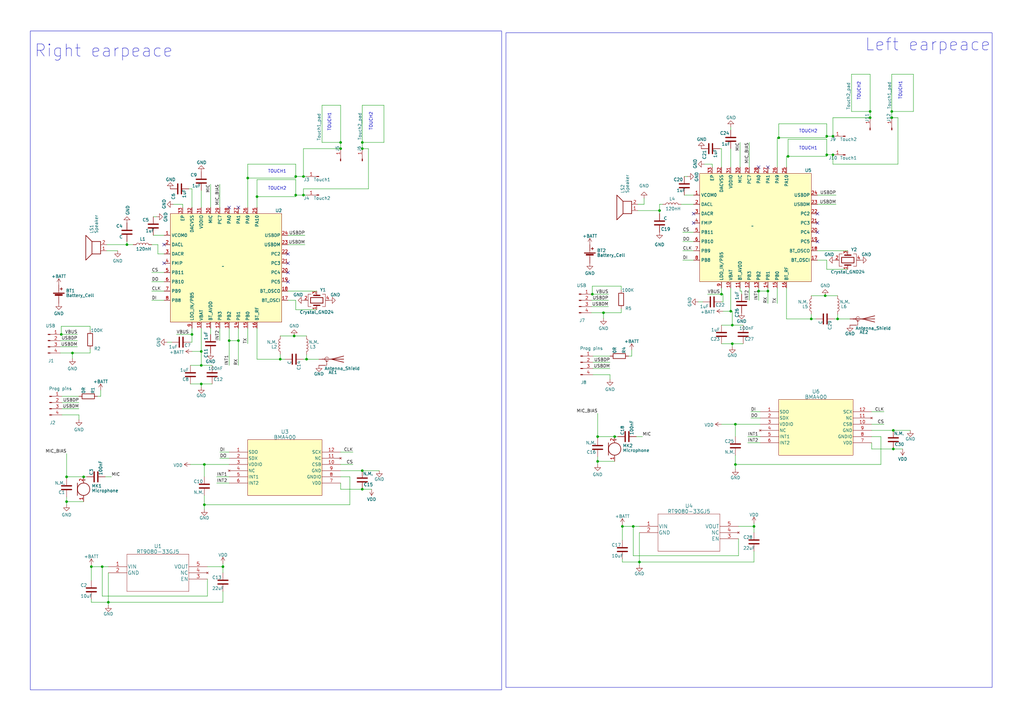
<source format=kicad_sch>
(kicad_sch (version 20231120) (generator "eeschema") (generator_version "8.0")
  (paper "A3")
  (junction (at 319.405 56.515))
  (junction (at 255.27 215.9))
  (junction (at 148.59 193.04))
  (junction (at 125.73 147.32))
  (junction (at 148.59 200.66))
  (junction (at 270.51 86.36))
  (junction (at 139.7 60.96))
  (junction (at 366.395 184.15))
  (junction (at 245.11 179.07))
  (junction (at 311.15 119.38))
  (junction (at 91.44 232.41))
  (junction (at 339.09 63.5))
  (junction (at 300.355 140.97))
  (junction (at 82.55 157.48))
  (junction (at 356.87 48.26))
  (junction (at 252.095 179.07))
  (junction (at 34.29 195.58))
  (junction (at 309.245 215.9))
  (junction (at 37.465 232.41))
  (junction (at 323.215 64.135))
  (junction (at 139.7 58.42))
  (junction (at 121.285 80.01))
  (junction (at 314.96 119.38))
  (junction (at 82.55 149.86))
  (junction (at 25.146 137.16))
  (junction (at 27.305 205.74))
  (junction (at 366.395 176.53))
  (junction (at 82.55 144.145))
  (junction (at 245.11 189.23))
  (junction (at 114.935 147.32))
  (junction (at 148.59 58.42))
  (junction (at 365.76 48.26))
  (junction (at 301.625 190.5))
  (junction (at 339.09 55.88))
  (junction (at 124.46 80.01))
  (junction (at 341.63 63.5))
  (junction (at 97.79 139.7))
  (junction (at 148.59 60.96))
  (junction (at 356.87 45.72))
  (junction (at 262.255 230.505))
  (junction (at 29.718 144.78))
  (junction (at 343.535 130.81))
  (junction (at 41.91 232.41))
  (junction (at 52.07 100.33))
  (junction (at 299.72 127.635))
  (junction (at 247.523 128.27))
  (junction (at 83.82 207.01))
  (junction (at 365.76 45.72))
  (junction (at 83.82 190.5))
  (junction (at 120.65 137.795))
  (junction (at 242.951 120.65))
  (junction (at 105.41 80.645))
  (junction (at 301.625 173.99))
  (junction (at 124.46 72.39))
  (junction (at 78.74 137.16))
  (junction (at 300.355 133.35))
  (junction (at 295.91 120.65))
  (junction (at 341.63 55.88))
  (junction (at 27.305 195.58))
  (junction (at 93.98 139.7))
  (junction (at 44.45 247.015))
  (junction (at 332.74 130.81))
  (junction (at 121.285 72.39))
  (junction (at 259.715 215.9))
  (junction (at 338.455 121.285))
  (junction (at 101.6 73.025))
  (no_connect (at 67.31 107.95))
  (no_connect (at 311.15 68.58))
  (no_connect (at 335.28 87.63))
  (no_connect (at 97.79 85.09))
  (no_connect (at 335.28 95.25))
  (no_connect (at 118.11 111.76))
  (no_connect (at 67.31 100.33))
  (no_connect (at 118.11 107.95))
  (no_connect (at 284.48 87.63))
  (no_connect (at 335.28 91.44))
  (no_connect (at 335.28 99.06))
  (no_connect (at 118.11 104.14))
  (no_connect (at 284.48 91.44))
  (no_connect (at 314.96 68.58))
  (no_connect (at 118.11 115.57))
  (no_connect (at 93.98 85.09))
  (wire (pts (xy 365.76 45.72) (xy 374.65 45.72)))
  (wire (pts (xy 121.285 127) (xy 129.921 127)))
  (wire (pts (xy 304.165 119.38) (xy 304.165 120.65)))
  (wire (pts (xy 74.93 83.82) (xy 74.93 85.09)))
  (wire (pts (xy 105.41 147.32) (xy 114.935 147.32)))
  (wire (pts (xy 309.245 214.63) (xy 309.245 215.9)))
  (wire (pts (xy 86.36 75.565) (xy 86.36 85.09)))
  (wire (pts (xy 82.55 158.75) (xy 82.55 157.48)))
  (wire (pts (xy 124.46 80.01) (xy 125.73 80.01)))
  (wire (pts (xy 132.08 43.18) (xy 139.7 43.18)))
  (wire (pts (xy 262.255 218.44) (xy 262.255 230.505)))
  (wire (pts (xy 44.45 247.015) (xy 91.44 247.015)))
  (wire (pts (xy 361.315 179.07) (xy 361.315 190.5)))
  (wire (pts (xy 68.58 140.335) (xy 70.485 140.335)))
  (wire (pts (xy 280.035 106.68) (xy 284.48 106.68)))
  (wire (pts (xy 339.09 50.8) (xy 319.405 50.8)))
  (wire (pts (xy 27.305 195.58) (xy 34.29 195.58)))
  (wire (pts (xy 339.09 63.5) (xy 339.09 57.15)))
  (wire (pts (xy 64.77 100.33) (xy 64.77 104.14)))
  (wire (pts (xy 125.73 145.415) (xy 125.73 147.32)))
  (wire (pts (xy 254.762 117.348) (xy 242.951 117.348)))
  (wire (pts (xy 25.4 167.64) (xy 32.385 167.64)))
  (wire (pts (xy 301.625 173.99) (xy 311.785 173.99)))
  (wire (pts (xy 343.535 128.905) (xy 343.535 130.81)))
  (wire (pts (xy 332.74 130.81) (xy 334.645 130.81)))
  (wire (pts (xy 339.09 63.5) (xy 341.63 63.5)))
  (wire (pts (xy 323.215 57.15) (xy 323.215 64.135)))
  (wire (pts (xy 118.11 100.33) (xy 125.095 100.33)))
  (wire (pts (xy 247.523 130.556) (xy 247.523 128.27)))
  (wire (pts (xy 303.53 119.38) (xy 304.165 119.38)))
  (wire (pts (xy 341.63 67.31) (xy 368.3 67.31)))
  (wire (pts (xy 339.09 55.88) (xy 339.09 56.515)))
  (wire (pts (xy 114.935 147.32) (xy 114.935 145.415)))
  (wire (pts (xy 259.715 227.965) (xy 259.715 215.9)))
  (wire (pts (xy 29.718 144.78) (xy 24.765 144.78)))
  (wire (pts (xy 37.465 232.41) (xy 41.91 232.41)))
  (wire (pts (xy 157.48 43.18) (xy 157.48 58.42)))
  (wire (pts (xy 72.39 137.16) (xy 78.74 137.16)))
  (wire (pts (xy 27.305 195.58) (xy 27.305 186.055)))
  (wire (pts (xy 78.105 157.48) (xy 82.55 157.48)))
  (wire (pts (xy 93.98 139.7) (xy 93.98 149.86)))
  (wire (pts (xy 105.41 73.66) (xy 105.41 80.645)))
  (wire (pts (xy 148.59 58.42) (xy 148.59 43.18)))
  (wire (pts (xy 125.73 137.795) (xy 120.65 137.795)))
  (wire (pts (xy 302.895 215.9) (xy 309.245 215.9)))
  (wire (pts (xy 349.25 45.72) (xy 349.25 30.48)))
  (wire (pts (xy 247.523 128.27) (xy 242.57 128.27)))
  (wire (pts (xy 295.91 123.825) (xy 296.545 123.825)))
  (wire (pts (xy 288.925 67.31) (xy 292.1 67.31)))
  (wire (pts (xy 41.275 162.56) (xy 40.005 162.56)))
  (wire (pts (xy 250.19 153.67) (xy 250.19 155.575)))
  (wire (pts (xy 280.67 80.01) (xy 284.48 80.01)))
  (wire (pts (xy 90.17 185.42) (xy 93.98 185.42)))
  (wire (pts (xy 34.29 195.58) (xy 35.56 195.58)))
  (wire (pts (xy 27.305 207.01) (xy 27.305 205.74)))
  (wire (pts (xy 339.09 63.5) (xy 339.09 64.135)))
  (wire (pts (xy 335.28 80.01) (xy 342.9 80.01)))
  (wire (pts (xy 121.285 80.01) (xy 121.285 73.66)))
  (wire (pts (xy 296.545 127.635) (xy 299.72 127.635)))
  (wire (pts (xy 148.59 43.18) (xy 157.48 43.18)))
  (wire (pts (xy 368.3 48.26) (xy 368.3 67.31)))
  (wire (pts (xy 62.865 96.52) (xy 67.31 96.52)))
  (wire (pts (xy 25.146 133.858) (xy 25.146 137.16)))
  (wire (pts (xy 62.865 88.9) (xy 64.135 88.9)))
  (wire (pts (xy 85.09 237.49) (xy 85.09 244.475)))
  (wire (pts (xy 29.718 147.066) (xy 29.718 144.78)))
  (wire (pts (xy 262.255 230.505) (xy 262.255 231.775)))
  (wire (pts (xy 357.505 181.61) (xy 357.505 184.15)))
  (wire (pts (xy 356.87 45.72) (xy 349.25 45.72)))
  (wire (pts (xy 143.51 207.01) (xy 83.82 207.01)))
  (wire (pts (xy 44.45 247.015) (xy 44.45 248.285)))
  (wire (pts (xy 148.59 200.66) (xy 152.4 200.66)))
  (wire (pts (xy 255.27 221.615) (xy 255.27 215.9)))
  (wire (pts (xy 311.15 119.38) (xy 311.15 123.19)))
  (wire (pts (xy 62.23 119.38) (xy 67.31 119.38)))
  (wire (pts (xy 93.98 139.7) (xy 97.79 139.7)))
  (wire (pts (xy 318.77 56.515) (xy 319.405 56.515)))
  (wire (pts (xy 311.15 118.11) (xy 311.15 119.38)))
  (wire (pts (xy 366.395 176.53) (xy 373.38 176.53)))
  (wire (pts (xy 105.41 85.09) (xy 105.41 80.645)))
  (wire (pts (xy 356.87 48.26) (xy 356.87 45.72)))
  (wire (pts (xy 88.9 198.12) (xy 93.98 198.12)))
  (wire (pts (xy 300.355 142.24) (xy 300.355 140.97)))
  (wire (pts (xy 295.91 133.35) (xy 300.355 133.35)))
  (wire (pts (xy 280.67 72.39) (xy 281.94 72.39)))
  (wire (pts (xy 339.09 50.8) (xy 339.09 55.88)))
  (wire (pts (xy 78.74 134.62) (xy 78.74 137.16)))
  (wire (pts (xy 301.625 186.69) (xy 301.625 190.5)))
  (wire (pts (xy 349.25 30.48) (xy 356.87 30.48)))
  (wire (pts (xy 93.98 134.62) (xy 93.98 139.7)))
  (wire (pts (xy 322.58 118.11) (xy 322.58 130.81)))
  (wire (pts (xy 368.3 48.26) (xy 365.76 48.26)))
  (wire (pts (xy 255.27 229.235) (xy 255.27 230.505)))
  (wire (pts (xy 82.55 149.86) (xy 86.995 149.86)))
  (wire (pts (xy 151.13 60.96) (xy 148.59 60.96)))
  (wire (pts (xy 365.76 30.48) (xy 374.65 30.48)))
  (wire (pts (xy 36.957 133.858) (xy 25.146 133.858)))
  (wire (pts (xy 64.77 104.14) (xy 67.31 104.14)))
  (wire (pts (xy 43.18 195.58) (xy 45.72 195.58)))
  (wire (pts (xy 286.385 123.825) (xy 288.29 123.825)))
  (wire (pts (xy 254.762 118.999) (xy 254.762 117.348)))
  (wire (pts (xy 255.27 215.9) (xy 259.715 215.9)))
  (wire (pts (xy 78.105 140.335) (xy 78.74 140.335)))
  (wire (pts (xy 260.985 179.07) (xy 263.525 179.07)))
  (wire (pts (xy 300.355 133.35) (xy 304.8 133.35)))
  (wire (pts (xy 151.13 77.47) (xy 151.13 60.96)))
  (wire (pts (xy 361.315 190.5) (xy 301.625 190.5)))
  (wire (pts (xy 139.7 60.96) (xy 124.46 60.96)))
  (wire (pts (xy 52.07 100.33) (xy 54.61 100.33)))
  (wire (pts (xy 43.815 102.87) (xy 48.26 102.87)))
  (wire (pts (xy 306.705 179.07) (xy 311.785 179.07)))
  (wire (pts (xy 37.465 245.745) (xy 37.465 247.015)))
  (wire (pts (xy 306.705 181.61) (xy 311.785 181.61)))
  (wire (pts (xy 243.205 146.05) (xy 250.19 146.05)))
  (wire (pts (xy 311.15 119.38) (xy 314.96 119.38)))
  (wire (pts (xy 301.625 179.07) (xy 301.625 173.99)))
  (wire (pts (xy 101.6 85.09) (xy 101.6 73.025)))
  (wire (pts (xy 280.035 102.87) (xy 284.48 102.87)))
  (wire (pts (xy 139.7 193.04) (xy 148.59 193.04)))
  (wire (pts (xy 301.625 190.5) (xy 301.625 192.405)))
  (wire (pts (xy 27.305 195.58) (xy 27.305 196.215)))
  (wire (pts (xy 41.275 160.02) (xy 41.275 162.56)))
  (wire (pts (xy 121.285 72.39) (xy 121.285 73.025)))
  (wire (pts (xy 27.305 203.835) (xy 27.305 205.74)))
  (wire (pts (xy 314.96 118.11) (xy 314.96 119.38)))
  (wire (pts (xy 295.91 118.11) (xy 295.91 120.65)))
  (wire (pts (xy 357.505 176.53) (xy 366.395 176.53)))
  (wire (pts (xy 62.23 123.19) (xy 67.31 123.19)))
  (wire (pts (xy 259.08 143.51) (xy 259.08 146.05)))
  (wire (pts (xy 78.105 190.5) (xy 83.82 190.5)))
  (wire (pts (xy 300.355 127.635) (xy 300.355 133.35)))
  (wire (pts (xy 295.91 173.99) (xy 301.625 173.99)))
  (wire (pts (xy 101.6 67.31) (xy 101.6 73.025)))
  (wire (pts (xy 243.205 151.13) (xy 250.19 151.13)))
  (wire (pts (xy 264.16 83.82) (xy 264.16 81.28)))
  (wire (pts (xy 62.23 111.76) (xy 67.31 111.76)))
  (wire (pts (xy 299.72 52.07) (xy 299.72 53.34)))
  (wire (pts (xy 299.72 127.635) (xy 300.355 127.635)))
  (wire (pts (xy 357.505 179.07) (xy 361.315 179.07)))
  (wire (pts (xy 82.55 157.48) (xy 86.995 157.48)))
  (wire (pts (xy 357.505 168.91) (xy 362.585 168.91)))
  (wire (pts (xy 90.17 75.565) (xy 90.17 85.09)))
  (wire (pts (xy 101.6 134.62) (xy 101.6 140.97)))
  (wire (pts (xy 303.53 58.42) (xy 303.53 68.58)))
  (wire (pts (xy 82.55 78.105) (xy 82.55 85.09)))
  (wire (pts (xy 365.76 45.72) (xy 365.76 30.48)))
  (wire (pts (xy 295.91 140.97) (xy 300.355 140.97)))
  (wire (pts (xy 307.975 171.45) (xy 311.785 171.45)))
  (wire (pts (xy 254.762 128.27) (xy 254.762 126.619)))
  (wire (pts (xy 78.74 77.47) (xy 78.74 85.09)))
  (wire (pts (xy 245.11 179.07) (xy 245.11 169.545)))
  (wire (pts (xy 309.245 230.505) (xy 309.245 226.06)))
  (wire (pts (xy 124.46 80.01) (xy 124.46 77.47)))
  (wire (pts (xy 91.44 231.14) (xy 91.44 232.41)))
  (wire (pts (xy 365.76 48.26) (xy 365.76 45.72)))
  (wire (pts (xy 105.41 134.62) (xy 105.41 147.32)))
  (wire (pts (xy 280.035 95.25) (xy 284.48 95.25)))
  (wire (pts (xy 242.951 117.348) (xy 242.951 120.65)))
  (wire (pts (xy 335.28 102.87) (xy 347.726 102.87)))
  (wire (pts (xy 309.245 215.9) (xy 309.245 218.44)))
  (wire (pts (xy 25.4 165.1) (xy 32.385 165.1)))
  (wire (pts (xy 43.815 100.33) (xy 52.07 100.33)))
  (wire (pts (xy 245.11 187.325) (xy 245.11 189.23)))
  (wire (pts (xy 125.73 147.32) (xy 124.46 147.32)))
  (wire (pts (xy 255.27 215.265) (xy 255.27 215.9)))
  (wire (pts (xy 262.255 230.505) (xy 309.245 230.505)))
  (wire (pts (xy 148.59 193.04) (xy 155.575 193.04)))
  (wire (pts (xy 318.77 118.11) (xy 318.77 124.46)))
  (wire (pts (xy 270.51 83.82) (xy 270.51 86.36)))
  (wire (pts (xy 299.72 60.96) (xy 299.72 68.58)))
  (wire (pts (xy 24.765 139.7) (xy 31.75 139.7)))
  (wire (pts (xy 139.7 198.12) (xy 139.7 200.66)))
  (wire (pts (xy 261.62 86.36) (xy 270.51 86.36)))
  (wire (pts (xy 121.285 73.66) (xy 105.41 73.66)))
  (wire (pts (xy 83.82 203.2) (xy 83.82 207.01)))
  (wire (pts (xy 356.87 30.48) (xy 356.87 45.72)))
  (wire (pts (xy 300.355 140.97) (xy 304.8 140.97)))
  (wire (pts (xy 24.765 137.16) (xy 25.146 137.16)))
  (wire (pts (xy 118.11 96.52) (xy 125.095 96.52)))
  (wire (pts (xy 120.65 137.795) (xy 114.935 137.795)))
  (wire (pts (xy 139.7 43.18) (xy 139.7 58.42)))
  (wire (pts (xy 62.23 100.33) (xy 64.77 100.33)))
  (wire (pts (xy 259.715 215.9) (xy 262.255 215.9)))
  (wire (pts (xy 343.535 130.81) (xy 342.265 130.81)))
  (wire (pts (xy 77.47 77.47) (xy 78.74 77.47)))
  (wire (pts (xy 341.63 67.31) (xy 341.63 63.5)))
  (wire (pts (xy 52.07 100.33) (xy 52.07 99.06)))
  (wire (pts (xy 314.96 119.38) (xy 314.96 124.46)))
  (wire (pts (xy 124.46 60.96) (xy 124.46 72.39)))
  (wire (pts (xy 139.7 58.42) (xy 132.08 58.42)))
  (wire (pts (xy 83.82 207.01) (xy 83.82 208.915)))
  (wire (pts (xy 323.215 64.135) (xy 339.09 64.135)))
  (wire (pts (xy 307.34 118.11) (xy 307.34 123.19)))
  (wire (pts (xy 27.305 205.74) (xy 34.29 205.74)))
  (wire (pts (xy 121.285 80.645) (xy 121.285 80.01)))
  (wire (pts (xy 335.28 83.82) (xy 342.9 83.82)))
  (wire (pts (xy 101.6 73.025) (xy 121.285 73.025)))
  (wire (pts (xy 339.09 110.49) (xy 347.726 110.49)))
  (wire (pts (xy 139.7 190.5) (xy 144.78 190.5)))
  (wire (pts (xy 78.74 144.145) (xy 82.55 144.145)))
  (wire (pts (xy 319.405 56.515) (xy 339.09 56.515)))
  (wire (pts (xy 279.4 83.82) (xy 284.48 83.82)))
  (wire (pts (xy 85.09 232.41) (xy 91.44 232.41)))
  (wire (pts (xy 341.63 55.88) (xy 339.09 55.88)))
  (wire (pts (xy 25.4 170.18) (xy 32.385 170.18)))
  (wire (pts (xy 357.505 173.99) (xy 362.585 173.99)))
  (wire (pts (xy 83.82 195.58) (xy 83.82 190.5)))
  (wire (pts (xy 85.09 244.475) (xy 41.91 244.475)))
  (wire (pts (xy 78.105 149.86) (xy 82.55 149.86)))
  (wire (pts (xy 121.285 67.31) (xy 101.6 67.31)))
  (wire (pts (xy 341.63 48.26) (xy 341.63 55.88)))
  (wire (pts (xy 374.65 30.48) (xy 374.65 45.72)))
  (wire (pts (xy 90.17 187.96) (xy 93.98 187.96)))
  (wire (pts (xy 348.615 130.81) (xy 343.535 130.81)))
  (wire (pts (xy 132.08 58.42) (xy 132.08 43.18)))
  (wire (pts (xy 124.46 72.39) (xy 121.285 72.39)))
  (wire (pts (xy 82.55 134.62) (xy 82.55 144.145)))
  (wire (pts (xy 332.74 130.81) (xy 332.74 128.905)))
  (wire (pts (xy 148.59 58.42) (xy 157.48 58.42)))
  (wire (pts (xy 130.81 147.32) (xy 125.73 147.32)))
  (wire (pts (xy 91.44 232.41) (xy 91.44 234.95)))
  (wire (pts (xy 24.765 142.24) (xy 31.75 142.24)))
  (wire (pts (xy 261.62 83.82) (xy 264.16 83.82)))
  (wire (pts (xy 339.09 110.49) (xy 339.09 106.68)))
  (wire (pts (xy 71.12 83.82) (xy 74.93 83.82)))
  (wire (pts (xy 124.46 77.47) (xy 151.13 77.47)))
  (wire (pts (xy 255.27 230.505) (xy 262.255 230.505)))
  (wire (pts (xy 37.465 238.125) (xy 37.465 232.41)))
  (wire (pts (xy 121.285 80.01) (xy 124.46 80.01)))
  (wire (pts (xy 292.1 67.31) (xy 292.1 68.58)))
  (wire (pts (xy 148.59 60.96) (xy 148.59 58.42)))
  (wire (pts (xy 280.035 99.06) (xy 284.48 99.06)))
  (wire (pts (xy 299.72 118.11) (xy 299.72 127.635)))
  (wire (pts (xy 302.895 227.965) (xy 259.715 227.965)))
  (wire (pts (xy 339.09 57.15) (xy 323.215 57.15)))
  (wire (pts (xy 295.275 60.96) (xy 295.91 60.96)))
  (wire (pts (xy 245.11 179.07) (xy 252.095 179.07)))
  (wire (pts (xy 259.08 146.05) (xy 257.81 146.05)))
  (wire (pts (xy 62.23 115.57) (xy 67.31 115.57)))
  (wire (pts (xy 121.285 123.19) (xy 118.11 123.19)))
  (wire (pts (xy 36.957 144.78) (xy 36.957 143.129)))
  (wire (pts (xy 296.545 123.825) (xy 296.545 120.65)))
  (wire (pts (xy 303.53 118.11) (xy 303.53 119.38)))
  (wire (pts (xy 338.455 121.285) (xy 332.74 121.285)))
  (wire (pts (xy 105.41 80.645) (xy 121.285 80.645)))
  (wire (pts (xy 302.895 220.98) (xy 302.895 227.965)))
  (wire (pts (xy 36.957 135.509) (xy 36.957 133.858)))
  (wire (pts (xy 25.146 137.16) (xy 31.75 137.16)))
  (wire (pts (xy 143.51 195.58) (xy 143.51 207.01)))
  (wire (pts (xy 86.36 134.62) (xy 86.36 137.16)))
  (wire (pts (xy 242.57 120.65) (xy 242.951 120.65)))
  (wire (pts (xy 41.91 244.475) (xy 41.91 232.41)))
  (wire (pts (xy 118.11 119.38) (xy 129.921 119.38)))
  (wire (pts (xy 78.74 140.335) (xy 78.74 137.16)))
  (wire (pts (xy 357.505 184.15) (xy 366.395 184.15)))
  (wire (pts (xy 366.395 184.15) (xy 370.205 184.15)))
  (wire (pts (xy 252.095 179.07) (xy 253.365 179.07)))
  (wire (pts (xy 125.73 72.39) (xy 124.46 72.39)))
  (wire (pts (xy 322.58 64.135) (xy 323.215 64.135)))
  (wire (pts (xy 139.7 185.42) (xy 144.78 185.42)))
  (wire (pts (xy 41.91 232.41) (xy 44.45 232.41)))
  (wire (pts (xy 290.195 120.65) (xy 295.91 120.65)))
  (wire (pts (xy 339.09 106.68) (xy 335.28 106.68)))
  (wire (pts (xy 307.34 58.42) (xy 307.34 68.58)))
  (wire (pts (xy 322.58 68.58) (xy 322.58 64.135)))
  (wire (pts (xy 295.91 60.96) (xy 295.91 68.58)))
  (wire (pts (xy 245.11 190.5) (xy 245.11 189.23)))
  (wire (pts (xy 82.55 144.145) (xy 82.55 149.86)))
  (wire (pts (xy 295.91 120.65) (xy 296.545 120.65)))
  (wire (pts (xy 343.535 121.285) (xy 338.455 121.285)))
  (wire (pts (xy 97.79 134.62) (xy 97.79 139.7)))
  (wire (pts (xy 242.57 125.73) (xy 249.555 125.73)))
  (wire (pts (xy 37.465 247.015) (xy 44.45 247.015)))
  (wire (pts (xy 307.975 168.91) (xy 311.785 168.91)))
  (wire (pts (xy 245.11 179.07) (xy 245.11 179.705)))
  (wire (pts (xy 243.205 153.67) (xy 250.19 153.67)))
  (wire (pts (xy 32.385 170.18) (xy 32.385 172.085)))
  (wire (pts (xy 90.17 134.62) (xy 90.17 139.7)))
  (wire (pts (xy 139.7 60.96) (xy 139.7 58.42)))
  (wire (pts (xy 356.87 48.26) (xy 341.63 48.26)))
  (wire (pts (xy 121.285 67.31) (xy 121.285 72.39)))
  (wire (pts (xy 318.77 68.58) (xy 318.77 56.515)))
  (wire (pts (xy 29.718 144.78) (xy 36.957 144.78)))
  (wire (pts (xy 83.82 190.5) (xy 93.98 190.5)))
  (wire (pts (xy 242.57 123.19) (xy 249.555 123.19)))
  (wire (pts (xy 114.935 147.32) (xy 116.84 147.32)))
  (wire (pts (xy 242.951 120.65) (xy 249.555 120.65)))
  (wire (pts (xy 121.285 127) (xy 121.285 123.19)))
  (wire (pts (xy 245.11 189.23) (xy 252.095 189.23)))
  (wire (pts (xy 139.7 200.66) (xy 148.59 200.66)))
  (wire (pts (xy 322.58 130.81) (xy 332.74 130.81)))
  (wire (pts (xy 270.51 86.36) (xy 270.51 87.63)))
  (wire (pts (xy 91.44 247.015) (xy 91.44 242.57)))
  (wire (pts (xy 247.523 128.27) (xy 254.762 128.27)))
  (wire (pts (xy 97.79 139.7) (xy 97.79 149.86)))
  (wire (pts (xy 44.45 234.95) (xy 44.45 247.015)))
  (wire (pts (xy 88.9 195.58) (xy 93.98 195.58)))
  (wire (pts (xy 25.4 162.56) (xy 32.385 162.56)))
  (wire (pts (xy 319.405 50.8) (xy 319.405 56.515)))
  (wire (pts (xy 139.7 195.58) (xy 143.51 195.58)))
  (wire (pts (xy 37.465 231.775) (xy 37.465 232.41)))
  (wire (pts (xy 271.78 83.82) (xy 270.51 83.82)))
  (wire (pts (xy 243.205 148.59) (xy 250.19 148.59)))
  (rectangle (start 207.518 13.462) (end 406.908 281.94))
  (rectangle (start 12.446 12.7) (end 205.74 282.956))
  (text "TOUCH1" (at 370.078 40.894 90) (effects (font (size 1.27 1.27)) (justify left bottom)))
  (text "TOUCH1" (at 109.855 71.12 0) (effects (font (size 1.27 1.27)) (justify left bottom)))
  (text "TOUCH2" (at 353.06 41.148 90) (effects (font (size 1.27 1.27)) (justify left bottom)))
  (text "TOUCH2" (at 152.908 53.594 90) (effects (font (size 1.27 1.27)) (justify left bottom)))
  (text "Right earpeace\n" (at 13.97 23.876 0) (effects (font (size 5 5)) (justify left bottom)))
  (text "TOUCH2" (at 109.855 78.105 0) (effects (font (size 1.27 1.27)) (justify left bottom)))
  (text "Left earpeace\n" (at 354.584 21.336 0) (effects (font (size 5 5)) (justify left bottom)))
  (text "TOUCH1" (at 135.89 53.848 90) (effects (font (size 1.27 1.27)) (justify left bottom)))
  (text "TOUCH1" (at 327.66 61.595 0) (effects (font (size 1.27 1.27)) (justify left bottom)))
  (text "TOUCH2" (at 327.66 54.61 0) (effects (font (size 1.27 1.27)) (justify left bottom)))
  (label "USBDM" (at 125.095 100.33 180))
  (label "VBUS" (at 31.75 137.16 180))
  (label "DO" (at 280.035 99.06 0))
  (label "CLK" (at 362.585 168.91 180))
  (label "CLK" (at 62.23 119.38 0))
  (label "MIC_BIAS" (at 27.305 186.055 180))
  (label "USBDP" (at 342.9 80.01 180))
  (label "DO" (at 307.975 171.45 0))
  (label "CLK" (at 280.035 102.87 0))
  (label "USBDP" (at 32.385 165.1 180))
  (label "MIC" (at 303.53 58.42 270))
  (label "INT2" (at 307.34 123.19 90))
  (label "INT1" (at 311.15 123.19 90))
  (label "RX" (at 314.96 124.46 90))
  (label "TX" (at 318.77 124.46 90))
  (label "INT1" (at 306.705 179.07 0))
  (label "DO" (at 62.23 115.57 0))
  (label "USBDP" (at 125.095 96.52 180))
  (label "INT1" (at 93.98 149.86 90))
  (label "CS" (at 144.78 190.5 180))
  (label "USBDM" (at 249.555 125.73 180))
  (label "MIC" (at 263.525 179.07 0))
  (label "CS" (at 362.585 173.99 180))
  (label "DI" (at 280.035 106.68 0))
  (label "DI" (at 62.23 123.19 0))
  (label "CLK" (at 144.78 185.42 180))
  (label "RX" (at 97.79 149.86 90))
  (label "USBDP" (at 250.19 148.59 180))
  (label "DO" (at 90.17 187.96 0))
  (label "MIC" (at 45.72 195.58 0))
  (label "MIC_BIAS" (at 90.17 75.565 270))
  (label "INT2" (at 306.705 181.61 0))
  (label "VBUS" (at 72.39 137.16 0))
  (label "INT2" (at 90.17 139.7 90))
  (label "DI" (at 307.975 168.91 0))
  (label "CS" (at 280.035 95.25 0))
  (label "USBDM" (at 32.385 167.64 180))
  (label "MIC_BIAS" (at 245.11 169.545 180))
  (label "USBDP" (at 31.75 139.7 180))
  (label "MIC" (at 86.36 75.565 270))
  (label "USBDM" (at 342.9 83.82 180))
  (label "VBUS" (at 290.195 120.65 0))
  (label "USBDM" (at 250.19 151.13 180))
  (label "DI" (at 90.17 185.42 0))
  (label "USBDP" (at 249.555 123.19 180))
  (label "INT1" (at 88.9 195.58 0))
  (label "MIC_BIAS" (at 307.34 58.42 270))
  (label "TX" (at 101.6 140.97 90))
  (label "CS" (at 62.23 111.76 0))
  (label "VBUS" (at 249.555 120.65 180))
  (label "INT2" (at 88.9 198.12 0))
  (label "USBDM" (at 31.75 142.24 180))
  (symbol (lib_id "power:GND") (at 250.19 155.575 0) (unit 1)
    (property "Reference" "#PWR033" (effects (hide yes)))
    (property "Value" "GND" (at 250.19 159.7105 0))
  )
  (symbol (lib_id "Device:Battery_Cell") (at 24.13 121.92 0) (unit 1)
    (property "Reference" "BT1" (at 27.051 119.2443 0) (effects (justify left)))
    (property "Value" "Battery_Cell" (at 27.051 121.1653 0) (effects (justify left)))
    (property "Footprint" "myLib:Pad_2Pin_1.5x0.8mm" (effects (hide yes)))
  )
  (symbol (lib_id "Device:L") (at 275.59 83.82 90) (unit 1)
    (property "Reference" "L4" (at 274.447 81.534 90) (effects (justify right)))
    (property "Value" "120nH" (at 272.923 85.598 90) (effects (justify right)))
    (property "Footprint" "Inductor_SMD:L_0402_1005Metric_Pad0.77x0.64mm_HandSolder" (effects (hide yes)))
  )
  (symbol (lib_id "power:GND") (at 52.07 91.44 180) (unit 1)
    (property "Reference" "#PWR010" (effects (hide yes)))
    (property "Value" "GND" (at 52.3868 88.265 90) (effects (justify right)))
  )
  (symbol (lib_id "Connector:Conn_01x04_Pin") (at 237.49 123.19 0) (unit 1)
    (property "Reference" "J7" (at 238.76 131.445 0))
    (property "Value" "USB" (at 238.506 117.094 0))
    (property "Footprint" "myLib:Pad_4Pin_1.5x0.8mm" (effects (hide yes)))
  )
  (symbol (lib_id "Connector:Conn_01x01_Pin") (at 356.87 53.34 90) (unit 1)
    (property "Reference" "J11" (at 355.6 48.26 0))
    (property "Value" "Touch2_pad" (at 347.98 39.37 0))
    (property "Footprint" "myLib:Pad_2Pin_1.5x0.8mm" (effects (hide yes)))
  )
  (symbol (lib_id "Device:C") (at 304.8 137.16 180) (unit 1)
    (property "Reference" "C27" (at 309.245 139.065 0) (effects (justify left)))
    (property "Value" "100nF" (at 309.245 134.62 0) (effects (justify left)))
    (property "Footprint" "Capacitor_SMD:C_0201_0603Metric_Pad0.64x0.40mm_HandSolder" (effects (hide yes)))
  )
  (symbol (lib_id "Device:C") (at 52.07 95.25 0) (unit 1)
    (property "Reference" "C4" (at 47.625 92.71 0) (effects (justify left)))
    (property "Value" "C" (at 48.895 97.155 0) (effects (justify left)))
    (property "Footprint" "Capacitor_SMD:C_0201_0603Metric_Pad0.64x0.40mm_HandSolder" (effects (hide yes)))
  )
  (symbol (lib_id "Device:C") (at 295.91 137.16 180) (unit 1)
    (property "Reference" "C23" (at 295.275 139.065 0) (effects (justify left)))
    (property "Value" "1uF" (at 295.275 135.255 0) (effects (justify left)))
    (property "Footprint" "Capacitor_SMD:C_0201_0603Metric_Pad0.64x0.40mm_HandSolder" (effects (hide yes)))
  )
  (symbol (lib_id "Device:L") (at 332.74 125.095 180) (unit 1)
    (property "Reference" "L5" (at 331.4727 125.7387 0) (effects (justify left)))
    (property "Value" "N.M." (at 331.4727 123.8177 0) (effects (justify left)))
    (property "Footprint" "Inductor_SMD:L_0402_1005Metric_Pad0.77x0.64mm_HandSolder" (effects (hide yes)))
  )
  (symbol (lib_id "Device:Antenna_Shield") (at 135.89 147.32 270) (unit 1)
    (property "Reference" "AE1" (at 136.525 152.7429 90))
    (property "Value" "Antenna_Shield" (at 140.335 151.13 90))
    (property "Footprint" "RF_Antenna:Texas_SWRA117D_2.4GHz_Left" (effects (hide yes)))
  )
  (symbol (lib_id "power:GND") (at 82.55 70.485 180) (unit 1)
    (property "Reference" "#PWR017" (effects (hide yes)))
    (property "Value" "GND" (at 80.645 66.675 0) (effects (justify right)))
  )
  (symbol (lib_id "power:GND") (at 304.165 128.27 0) (unit 1)
    (property "Reference" "#PWR048" (effects (hide yes)))
    (property "Value" "GND" (at 304.165 131.7719 0))
  )
  (symbol (lib_id "power:VDD") (at 152.4 200.66 180) (unit 1)
    (property "Reference" "#PWR027" (effects (hide yes)))
    (property "Value" "VDD" (at 152.4 204.7955 0))
  )
  (symbol (lib_id "Device:C") (at 86.995 153.67 180) (unit 1)
    (property "Reference" "C12" (at 91.44 155.575 0) (effects (justify left)))
    (property "Value" "100nF" (at 91.44 151.13 0) (effects (justify left)))
    (property "Footprint" "Capacitor_SMD:C_0201_0603Metric_Pad0.64x0.40mm_HandSolder" (effects (hide yes)))
  )
  (symbol (lib_id "power:GND") (at 286.385 123.825 270) (unit 1)
    (property "Reference" "#PWR040" (effects (hide yes)))
    (property "Value" "GND" (at 282.8831 123.825 0))
  )
  (symbol (lib_id "Device:C") (at 73.66 77.47 90) (unit 1)
    (property "Reference" "C6" (at 71.12 81.915 0) (effects (justify left)))
    (property "Value" "1uF" (at 75.565 81.28 0) (effects (justify left)))
    (property "Footprint" "Capacitor_SMD:C_0201_0603Metric_Pad0.64x0.40mm_HandSolder" (effects (hide yes)))
  )
  (symbol (lib_id "Device:C") (at 292.1 123.825 270) (unit 1)
    (property "Reference" "C22" (at 293.37 125.095 90) (effects (justify left)))
    (property "Value" "1uF" (at 287.02 125.73 90) (effects (justify left)))
    (property "Footprint" "Capacitor_SMD:C_0201_0603Metric_Pad0.64x0.40mm_HandSolder" (effects (hide yes)))
  )
  (symbol (lib_id "Device:C") (at 86.36 140.97 180) (unit 1)
    (property "Reference" "C11" (at 84.455 142.875 90) (effects (justify left)))
    (property "Value" "1uF" (at 84.455 135.89 90) (effects (justify left)))
    (property "Footprint" "Capacitor_SMD:C_0201_0603Metric_Pad0.64x0.40mm_HandSolder" (effects (hide yes)))
  )
  (symbol (lib_id "power:+BATT") (at 296.545 127.635 90) (unit 1)
    (property "Reference" "#PWR044" (effects (hide yes)))
    (property "Value" "+BATT" (at 293.37 127.9518 90) (effects (justify left)))
  )
  (symbol (lib_id "power:VDD") (at 370.205 184.15 180) (unit 1)
    (property "Reference" "#PWR055" (effects (hide yes)))
    (property "Value" "VDD" (at 370.205 188.2855 0))
  )
  (symbol (lib_id "Device:L") (at 343.535 125.095 0) (unit 1)
    (property "Reference" "L6" (at 347.345 125.73 0) (effects (justify right)))
    (property "Value" "N.M." (at 348.615 123.809 0) (effects (justify right)))
    (property "Footprint" "Inductor_SMD:L_0402_1005Metric_Pad0.77x0.64mm_HandSolder" (effects (hide yes)))
  )
  (symbol (lib_id "power:VDD") (at 78.105 190.5 90) (unit 1)
    (property "Reference" "#PWR015" (effects (hide yes)))
    (property "Value" "VDD" (at 74.93 190.8168 90) (effects (justify left)))
  )
  (symbol (lib_id "Device:R") (at 36.957 139.319 180) (unit 1)
    (property "Reference" "R2" (at 41.275 143.002 0) (effects (justify left)))
    (property "Value" "100K" (at 42.291 135.509 0) (effects (justify left)))
    (property "Footprint" "Resistor_SMD:R_0201_0603Metric_Pad0.64x0.40mm_HandSolder" (effects (hide yes)))
  )
  (symbol (lib_id "Device:C") (at 91.44 238.76 0) (unit 1)
    (property "Reference" "C13" (at 86.995 236.855 0) (effects (justify left)))
    (property "Value" "22uF" (at 86.995 241.3 0) (effects (justify left)))
    (property "Footprint" "Capacitor_SMD:C_0201_0603Metric_Pad0.64x0.40mm_HandSolder" (effects (hide yes)))
  )
  (symbol (lib_id "Device:C") (at 74.295 140.335 270) (unit 1)
    (property "Reference" "C7" (at 75.565 141.605 90) (effects (justify left)))
    (property "Value" "1uF" (at 69.215 142.24 90) (effects (justify left)))
    (property "Footprint" "Capacitor_SMD:C_0201_0603Metric_Pad0.64x0.40mm_HandSolder" (effects (hide yes)))
  )
  (symbol (lib_id "Device:Crystal_GND24") (at 129.921 123.19 90) (unit 1)
    (property "Reference" "Y1" (at 132.461 118.872 90))
    (property "Value" "Crystal_GND24" (at 129.921 128.016 90))
    (property "Footprint" "myLib:Crystal_24MHz-ECS-240-12-37B-CKY-TR" (effects (hide yes)))
  )
  (symbol (lib_id "power:GND") (at 71.12 83.82 270) (unit 1)
    (property "Reference" "#PWR014" (effects (hide yes)))
    (property "Value" "GND" (at 67.31 85.725 0) (effects (justify right)))
  )
  (symbol (lib_id "power:+BATT") (at 24.13 116.84 0) (unit 1)
    (property "Reference" "#PWR01" (effects (hide yes)))
    (property "Value" "+BATT" (at 24.13 113.3381 0))
  )
  (symbol (lib_id "power:VDD") (at 295.91 173.99 90) (unit 1)
    (property "Reference" "#PWR043" (effects (hide yes)))
    (property "Value" "VDD" (at 292.735 174.3068 90) (effects (justify left)))
  )
  (symbol (lib_id "Device:C") (at 27.305 200.025 180) (unit 1)
    (property "Reference" "C1" (at 26.67 201.93 0) (effects (justify left)))
    (property "Value" "N.M." (at 26.67 198.12 0) (effects (justify left)))
    (property "Footprint" "Capacitor_SMD:C_0201_0603Metric_Pad0.64x0.40mm_HandSolder" (effects (hide yes)))
  )
  (symbol (lib_id "power:GND") (at 352.806 106.68 90) (unit 1)
    (property "Reference" "#PWR054" (effects (hide yes)))
    (property "Value" "GND" (at 355.346 104.394 90))
  )
  (symbol (lib_id "power:GND") (at 32.385 172.085 0) (unit 1)
    (property "Reference" "#PWR05" (effects (hide yes)))
    (property "Value" "GND" (at 32.385 176.2205 0))
  )
  (symbol (lib_id "My_lib:AC6956C4") (at 92.71 110.49 0) (unit 1)
    (property "Reference" "U2" (at 114.3 86.36 0))
    (property "Value" "~" (at 91.44 109.22 0))
    (property "Footprint" "Package_DFN_QFN:QFN-32-1EP_4x4mm_P0.4mm_EP2.65x2.65mm" (effects (hide yes)))
  )
  (symbol (lib_id "Device:C") (at 245.11 183.515 180) (unit 1)
    (property "Reference" "C16" (at 244.475 185.42 0) (effects (justify left)))
    (property "Value" "N.M." (at 244.475 181.61 0) (effects (justify left)))
    (property "Footprint" "Capacitor_SMD:C_0201_0603Metric_Pad0.64x0.40mm_HandSolder" (effects (hide yes)))
  )
  (symbol (lib_id "Device:C") (at 82.55 74.295 0) (unit 1)
    (property "Reference" "C9" (at 78.105 71.755 0) (effects (justify left)))
    (property "Value" "1uF" (at 78.74 76.2 0) (effects (justify left)))
    (property "Footprint" "Capacitor_SMD:C_0201_0603Metric_Pad0.64x0.40mm_HandSolder" (effects (hide yes)))
  )
  (symbol (lib_id "Connector:Conn_01x04_Pin") (at 20.32 165.1 0) (unit 1)
    (property "Reference" "J2" (at 21.59 173.355 0))
    (property "Value" "Prog pins" (at 24.765 159.385 0))
    (property "Footprint" "myLib:Pad_4Pin_1.5x0.8mm" (effects (hide yes)))
  )
  (symbol (lib_id "Device:Microphone") (at 252.095 184.15 0) (unit 1)
    (property "Reference" "MK2" (at 255.397 182.8078 0) (effects (justify left)))
    (property "Value" "Microphone" (at 255.397 184.7288 0) (effects (justify left)))
    (property "Footprint" "myLib:Pad_2Pin_1.5x0.8mm" (effects (hide yes)))
  )
  (symbol (lib_id "power:GND") (at 287.655 60.96 180) (unit 1)
    (property "Reference" "#PWR041" (effects (hide yes)))
    (property "Value" "GND" (at 285.75 57.15 0) (effects (justify right)))
  )
  (symbol (lib_id "power:GND") (at 262.255 231.775 0) (unit 1)
    (property "Reference" "#PWR036" (effects (hide yes)))
    (property "Value" "GND" (at 262.255 235.2769 0))
  )
  (symbol (lib_id "Device:C") (at 255.27 225.425 0) (unit 1)
    (property "Reference" "C17" (at 250.825 223.52 0) (effects (justify left)))
    (property "Value" "10uF" (at 250.825 227.965 0) (effects (justify left)))
    (property "Footprint" "Capacitor_SMD:C_0201_0603Metric_Pad0.64x0.40mm_HandSolder" (effects (hide yes)))
  )
  (symbol (lib_id "power:GND") (at 29.718 147.066 0) (unit 1)
    (property "Reference" "#PWR04" (effects (hide yes)))
    (property "Value" "GND" (at 29.718 151.2015 0))
  )
  (symbol (lib_id "Device:C") (at 37.465 241.935 0) (unit 1)
    (property "Reference" "C2" (at 33.02 240.03 0) (effects (justify left)))
    (property "Value" "10uF" (at 33.02 244.475 0) (effects (justify left)))
    (property "Footprint" "Capacitor_SMD:C_0201_0603Metric_Pad0.64x0.40mm_HandSolder" (effects (hide yes)))
  )
  (symbol (lib_id "Device:C") (at 291.465 60.96 90) (unit 1)
    (property "Reference" "C21" (at 288.925 65.405 0) (effects (justify left)))
    (property "Value" "1uF" (at 293.37 64.77 0) (effects (justify left)))
    (property "Footprint" "Capacitor_SMD:C_0201_0603Metric_Pad0.64x0.40mm_HandSolder" (effects (hide yes)))
  )
  (symbol (lib_id "Device:L") (at 58.42 100.33 90) (unit 1)
    (property "Reference" "L1" (at 57.277 98.044 90) (effects (justify right)))
    (property "Value" "120nH" (at 55.753 102.108 90) (effects (justify right)))
    (property "Footprint" "Inductor_SMD:L_0402_1005Metric_Pad0.77x0.64mm_HandSolder" (effects (hide yes)))
  )
  (symbol (lib_id "Device:C") (at 62.865 92.71 0) (unit 1)
    (property "Reference" "C5" (at 58.42 90.17 0) (effects (justify left)))
    (property "Value" "1uF" (at 59.69 94.615 0) (effects (justify left)))
    (property "Footprint" "Capacitor_SMD:C_0201_0603Metric_Pad0.64x0.40mm_HandSolder" (effects (hide yes)))
  )
  (symbol (lib_id "power:GND") (at 69.85 77.47 180) (unit 1)
    (property "Reference" "#PWR013" (effects (hide yes)))
    (property "Value" "GND" (at 67.945 73.66 0) (effects (justify right)))
  )
  (symbol (lib_id "Connector:Conn_01x01_Pin") (at 148.59 66.04 90) (unit 1)
    (property "Reference" "J6" (at 147.32 60.96 0))
    (property "Value" "Touch2_pad" (at 147.574 51.816 0))
    (property "Footprint" "myLib:Pad_2Pin_1.5x0.8mm" (effects (hide yes)))
  )
  (symbol (lib_id "power:GND") (at 288.925 67.31 270) (unit 1)
    (property "Reference" "#PWR042" (effects (hide yes)))
    (property "Value" "GND" (at 285.115 69.215 0) (effects (justify right)))
  )
  (symbol (lib_id "power:GND") (at 281.94 72.39 90) (unit 1)
    (property "Reference" "#PWR039" (effects (hide yes)))
    (property "Value" "GND" (at 285.75 70.485 0) (effects (justify right)))
  )
  (symbol (lib_id "power:GND") (at 270.51 95.25 0) (unit 1)
    (property "Reference" "#PWR038" (effects (hide yes)))
    (property "Value" "GND" (at 270.51 100.33 0))
  )
  (symbol (lib_id "power:GND") (at 264.16 81.28 180) (unit 1)
    (property "Reference" "#PWR037" (effects (hide yes)))
    (property "Value" "GND" (at 264.16 76.2 0))
  )
  (symbol (lib_id "Device:C") (at 309.245 222.25 0) (unit 1)
    (property "Reference" "C28" (at 304.8 220.345 0) (effects (justify left)))
    (property "Value" "22uF" (at 304.8 224.79 0) (effects (justify left)))
    (property "Footprint" "Capacitor_SMD:C_0201_0603Metric_Pad0.64x0.40mm_HandSolder" (effects (hide yes)))
  )
  (symbol (lib_id "power:GND") (at 348.615 133.35 0) (unit 1)
    (property "Reference" "#PWR053" (effects (hide yes)))
    (property "Value" "GND" (at 348.615 136.8519 0))
  )
  (symbol (lib_id "RT9080:RT9080-33GJ5") (at 44.45 232.41 0) (unit 1)
    (property "Reference" "U1" (at 64.77 224.0104 0) (effects (font (size 1.524 1.524))))
    (property "Value" "RT9080-33GJ5" (at 64.77 226.2646 0) (effects (font (size 1.524 1.524))))
    (property "Footprint" "myLib:RT9080" (effects (hide yes)))
  )
  (symbol (lib_id "Device:C") (at 338.455 130.81 270) (unit 1)
    (property "Reference" "C29" (at 340.36 131.445 0) (effects (justify left)))
    (property "Value" "C" (at 336.55 131.445 0) (effects (justify left)))
    (property "Footprint" "Capacitor_SMD:C_0201_0603Metric_Pad0.64x0.40mm_HandSolder" (effects (hide yes)))
  )
  (symbol (lib_id "Device:L") (at 114.935 141.605 180) (unit 1)
    (property "Reference" "L2" (at 113.6677 142.2487 0) (effects (justify left)))
    (property "Value" "N.M." (at 113.6677 140.3277 0) (effects (justify left)))
    (property "Footprint" "Inductor_SMD:L_0402_1005Metric_Pad0.77x0.64mm_HandSolder" (effects (hide yes)))
  )
  (symbol (lib_id "power:GND") (at 64.135 88.9 90) (unit 1)
    (property "Reference" "#PWR011" (effects (hide yes)))
    (property "Value" "GND" (at 67.945 86.995 0) (effects (justify right)))
  )
  (symbol (lib_id "power:+BATT") (at 241.935 100.33 0) (unit 1)
    (property "Reference" "#PWR029" (effects (hide yes)))
    (property "Value" "+BATT" (at 241.935 96.8281 0))
  )
  (symbol (lib_id "power:GND") (at 83.82 208.915 0) (unit 1)
    (property "Reference" "#PWR019" (effects (hide yes)))
    (property "Value" "GND" (at 83.82 212.4169 0))
  )
  (symbol (lib_id "Device:R") (at 254.762 122.809 180) (unit 1)
    (property "Reference" "R5" (at 259.08 126.492 0) (effects (justify left)))
    (property "Value" "100K" (at 260.096 118.999 0) (effects (justify left)))
    (property "Footprint" "Resistor_SMD:R_0201_0603Metric_Pad0.64x0.40mm_HandSolder" (effects (hide yes)))
  )
  (symbol (lib_id "power:+BATT") (at 259.08 143.51 0) (unit 1)
    (property "Reference" "#PWR035" (effects (hide yes)))
    (property "Value" "+BATT" (at 259.08 140.0081 0))
  )
  (symbol (lib_id "My_lib:AC6956C4") (at 309.88 93.98 0) (unit 1)
    (property "Reference" "U5" (at 331.47 69.85 0))
    (property "Value" "~" (at 308.61 92.71 0))
    (property "Footprint" "Package_DFN_QFN:QFN-32-1EP_4x4mm_P0.4mm_EP2.65x2.65mm" (effects (hide yes)))
  )
  (symbol (lib_id "Device:C") (at 148.59 196.85 180) (unit 1)
    (property "Reference" "C15" (at 153.035 198.755 0) (effects (justify left)))
    (property "Value" "N.M." (at 153.035 194.31 0) (effects (justify left)))
    (property "Footprint" "Capacitor_SMD:C_0201_0603Metric_Pad0.64x0.40mm_HandSolder" (effects (hide yes)))
  )
  (symbol (lib_id "Connector:Conn_01x01_Pin") (at 346.71 55.88 180) (unit 1)
    (property "Reference" "J9" (at 341.63 57.15 0))
    (property "Value" "Touch2" (at 347.98 57.15 0))
    (property "Footprint" "myLib:Pad_2Pin_1.5x0.8mm" (effects (hide yes)))
  )
  (symbol (lib_id "power:GND") (at 241.935 107.95 0) (unit 1)
    (property "Reference" "#PWR030" (effects (hide yes)))
    (property "Value" "GND" (at 241.935 112.0855 0))
  )
  (symbol (lib_id "Device:L") (at 125.73 141.605 0) (unit 1)
    (property "Reference" "L3" (at 129.54 142.24 0) (effects (justify right)))
    (property "Value" "N.M." (at 130.81 140.319 0) (effects (justify right)))
    (property "Footprint" "Inductor_SMD:L_0402_1005Metric_Pad0.77x0.64mm_HandSolder" (effects (hide yes)))
  )
  (symbol (lib_id "Device:Battery_Cell") (at 241.935 105.41 0) (unit 1)
    (property "Reference" "BT2" (at 244.856 102.7343 0) (effects (justify left)))
    (property "Value" "Battery_Cell" (at 244.856 104.6553 0) (effects (justify left)))
    (property "Footprint" "myLib:Pad_2Pin_1.5x0.8mm" (effects (hide yes)))
  )
  (symbol (lib_id "Device:C") (at 304.165 124.46 180) (unit 1)
    (property "Reference" "C26" (at 302.26 126.365 90) (effects (justify left)))
    (property "Value" "1uF" (at 302.26 119.38 90) (effects (justify left)))
    (property "Footprint" "Capacitor_SMD:C_0201_0603Metric_Pad0.64x0.40mm_HandSolder" (effects (hide yes)))
  )
  (symbol (lib_id "power:GND") (at 68.58 140.335 270) (unit 1)
    (property "Reference" "#PWR012" (effects (hide yes)))
    (property "Value" "GND" (at 65.0781 140.335 0))
  )
  (symbol (lib_id "Device:Crystal_GND24") (at 347.726 106.68 90) (unit 1)
    (property "Reference" "Y2" (at 350.266 102.362 90))
    (property "Value" "Crystal_GND24" (at 347.726 111.506 90))
    (property "Footprint" "myLib:Crystal_24MHz-ECS-240-12-37B-CKY-TR" (effects (hide yes)))
  )
  (symbol (lib_id "power:+BATT") (at 41.275 160.02 0) (unit 1)
    (property "Reference" "#PWR07" (effects (hide yes)))
    (property "Value" "+BATT" (at 41.275 156.5181 0))
  )
  (symbol (lib_id "RT9080:RT9080-33GJ5") (at 262.255 215.9 0) (unit 1)
    (property "Reference" "U4" (at 282.575 207.5004 0) (effects (font (size 1.524 1.524))))
    (property "Value" "RT9080-33GJ5" (at 282.575 209.7546 0) (effects (font (size 1.524 1.524))))
    (property "Footprint" "myLib:RT9080" (effects (hide yes)))
  )
  (symbol (lib_id "mySch_lib:BMA400") (at 311.785 168.91 0) (unit 1)
    (property "Reference" "U6" (at 334.645 160.5739 0) (effects (font (size 1.524 1.524))))
    (property "Value" "BMA400" (at 334.645 162.8281 0) (effects (font (size 1.524 1.524))))
    (property "Footprint" "myLib:QFN_BMA400_BOS" (effects (hide yes)))
    (property "Datasheet" "BMA400" (effects (hide yes)))
  )
  (symbol (lib_id "power:GND") (at 300.355 142.24 0) (unit 1)
    (property "Reference" "#PWR046" (effects (hide yes)))
    (property "Value" "GND" (at 300.355 145.7419 0))
  )
  (symbol (lib_id "Device:R") (at 36.195 162.56 270) (unit 1)
    (property "Reference" "R1" (at 38.1 158.75 0) (effects (justify left)))
    (property "Value" "0R" (at 34.29 158.75 0) (effects (justify left)))
    (property "Footprint" "Resistor_SMD:R_0201_0603Metric_Pad0.64x0.40mm_HandSolder" (effects (hide yes)))
  )
  (symbol (lib_id "Connector:Conn_01x01_Pin") (at 130.81 80.01 180) (unit 1)
    (property "Reference" "J4" (at 125.73 81.28 0))
    (property "Value" "Touch2" (at 132.08 81.28 0))
    (property "Footprint" "myLib:Pad_2Pin_1.5x0.8mm" (effects (hide yes)))
  )
  (symbol (lib_id "power:GND") (at 373.38 176.53 0) (unit 1)
    (property "Reference" "#PWR056" (effects (hide yes)))
    (property "Value" "GND" (at 373.38 180.0319 0))
  )
  (symbol (lib_id "Connector:Conn_01x01_Pin") (at 130.81 72.39 180) (unit 1)
    (property "Reference" "J3" (at 125.73 73.66 0))
    (property "Value" "Touch1" (at 132.08 73.66 0))
    (property "Footprint" "myLib:Pad_2Pin_1.5x0.8mm" (effects (hide yes)))
  )
  (symbol (lib_id "mySch_lib:BMA400") (at 93.98 185.42 0) (unit 1)
    (property "Reference" "U3" (at 116.84 177.0839 0) (effects (font (size 1.524 1.524))))
    (property "Value" "BMA400" (at 116.84 179.3381 0) (effects (font (size 1.524 1.524))))
    (property "Footprint" "myLib:QFN_BMA400_BOS" (effects (hide yes)))
    (property "Datasheet" "BMA400" (effects (hide yes)))
  )
  (symbol (lib_id "power:GND") (at 48.26 102.87 0) (unit 1)
    (property "Reference" "#PWR09" (effects (hide yes)))
    (property "Value" "GND" (at 48.26 107.0055 0))
  )
  (symbol (lib_id "Device:C") (at 120.65 147.32 270) (unit 1)
    (property "Reference" "C14" (at 122.555 147.955 0) (effects (justify left)))
    (property "Value" "C" (at 118.745 147.955 0) (effects (justify left)))
    (property "Footprint" "Capacitor_SMD:C_0201_0603Metric_Pad0.64x0.40mm_HandSolder" (effects (hide yes)))
  )
  (symbol (lib_id "power:GND") (at 27.305 207.01 0) (unit 1)
    (property "Reference" "#PWR03" (effects (hide yes)))
    (property "Value" "GND" (at 27.305 211.1455 0))
  )
  (symbol (lib_id "Device:C") (at 299.72 57.15 0) (unit 1)
    (property "Reference" "C24" (at 295.275 54.61 0) (effects (justify left)))
    (property "Value" "1uF" (at 295.91 59.055 0) (effects (justify left)))
    (property "Footprint" "Capacitor_SMD:C_0201_0603Metric_Pad0.64x0.40mm_HandSolder" (effects (hide yes)))
  )
  (symbol (lib_id "Device:Speaker") (at 38.735 102.87 180) (unit 1)
    (property "Reference" "LS1" (at 37.5833 95.758 90) (effects (justify right)))
    (property "Value" "Speaker" (at 39.5043 95.758 90) (effects (justify right)))
    (property "Footprint" "myLib:Pad_2Pin_1.5x0.8mm" (effects (hide yes)))
  )
  (symbol (lib_id "power:GND") (at 120.65 137.795 180) (unit 1)
    (property "Reference" "#PWR023" (effects (hide yes)))
    (property "Value" "GND" (at 120.65 133.6595 0))
  )
  (symbol (lib_id "Device:C") (at 257.175 179.07 90) (unit 1)
    (property "Reference" "C18" (at 255.27 178.435 0) (effects (justify left)))
    (property "Value" "100nF" (at 259.08 178.435 0) (effects (justify left)))
    (property "Footprint" "Capacitor_SMD:C_0201_0603Metric_Pad0.64x0.40mm_HandSolder" (effects (hide yes)))
  )
  (symbol (lib_id "Device:C") (at 78.105 153.67 180) (unit 1)
    (property "Reference" "C8" (at 77.47 155.575 0) (effects (justify left)))
    (property "Value" "1uF" (at 77.47 151.765 0) (effects (justify left)))
    (property "Footprint" "Capacitor_SMD:C_0201_0603Metric_Pad0.64x0.40mm_HandSolder" (effects (hide yes)))
  )
  (symbol (lib_id "Connector:Conn_01x04_Pin") (at 238.125 148.59 0) (unit 1)
    (property "Reference" "J8" (at 239.395 156.845 0))
    (property "Value" "Prog pins" (at 242.57 142.875 0))
    (property "Footprint" "myLib:Pad_4Pin_1.5x0.8mm" (effects (hide yes)))
  )
  (symbol (lib_id "power:VDD") (at 309.245 214.63 0) (unit 1)
    (property "Reference" "#PWR050" (effects (hide yes)))
    (property "Value" "VDD" (at 309.245 211.1281 0))
  )
  (symbol (lib_id "power:GND") (at 245.11 190.5 0) (unit 1)
    (property "Reference" "#PWR031" (effects (hide yes)))
    (property "Value" "GND" (at 245.11 194.6355 0))
  )
  (symbol (lib_id "power:GND") (at 124.841 123.19 270) (unit 1)
    (property "Reference" "#PWR024" (effects (hide yes)))
    (property "Value" "GND" (at 122.301 120.904 90))
  )
  (symbol (lib_id "power:+BATT") (at 37.465 231.775 0) (unit 1)
    (property "Reference" "#PWR06" (effects (hide yes)))
    (property "Value" "+BATT" (at 37.465 228.2731 0))
  )
  (symbol (lib_id "power:GND") (at 301.625 192.405 0) (unit 1)
    (property "Reference" "#PWR047" (effects (hide yes)))
    (property "Value" "GND" (at 301.625 195.9069 0))
  )
  (symbol (lib_id "power:GND") (at 135.001 123.19 90) (unit 1)
    (property "Reference" "#PWR026" (effects (hide yes)))
    (property "Value" "GND" (at 137.541 120.904 90))
  )
  (symbol (lib_id "power:GND") (at 247.523 130.556 0) (unit 1)
    (property "Reference" "#PWR032" (effects (hide yes)))
    (property "Value" "GND" (at 247.523 134.6915 0))
  )
  (symbol (lib_id "power:+BATT") (at 255.27 215.265 0) (unit 1)
    (property "Reference" "#PWR034" (effects (hide yes)))
    (property "Value" "+BATT" (at 255.27 211.7631 0))
  )
  (symbol (lib_id "Device:C") (at 366.395 180.34 180) (unit 1)
    (property "Reference" "C30" (at 370.84 182.245 0) (effects (justify left)))
    (property "Value" "N.M." (at 370.84 177.8 0) (effects (justify left)))
    (property "Footprint" "Capacitor_SMD:C_0201_0603Metric_Pad0.64x0.40mm_HandSolder" (effects (hide yes)))
  )
  (symbol (lib_id "Device:C") (at 270.51 91.44 180) (unit 1)
    (property "Reference" "C19" (at 274.955 93.98 0) (effects (justify left)))
    (property "Value" "C" (at 273.685 89.535 0) (effects (justify left)))
    (property "Footprint" "Capacitor_SMD:C_0201_0603Metric_Pad0.64x0.40mm_HandSolder" (effects (hide yes)))
  )
  (symbol (lib_id "power:GND") (at 24.13 124.46 0) (unit 1)
    (property "Reference" "#PWR02" (effects (hide yes)))
    (property "Value" "GND" (at 24.13 128.5955 0))
  )
  (symbol (lib_id "power:VDD") (at 91.44 231.14 0) (unit 1)
    (property "Reference" "#PWR022" (effects (hide yes)))
    (property "Value" "VDD" (at 91.44 227.6381 0))
  )
  (symbol (lib_id "power:GND") (at 299.72 52.07 180) (unit 1)
    (property "Reference" "#PWR045" (effects (hide yes)))
    (property "Value" "GND" (at 297.815 48.26 0) (effects (justify right)))
  )
  (symbol (lib_id "Device:Microphone") (at 34.29 200.66 0) (unit 1)
    (property "Reference" "MK1" (at 37.592 199.3178 0) (effects (justify left)))
    (property "Value" "Microphone" (at 37.592 201.2388 0) (effects (justify left)))
    (property "Footprint" "myLib:Pad_2Pin_1.5x0.8mm" (effects (hide yes)))
  )
  (symbol (lib_id "power:GND") (at 155.575 193.04 0) (unit 1)
    (property "Reference" "#PWR028" (effects (hide yes)))
    (property "Value" "GND" (at 155.575 196.5419 0))
  )
  (symbol (lib_id "power:GND") (at 338.455 121.285 180) (unit 1)
    (property "Reference" "#PWR051" (effects (hide yes)))
    (property "Value" "GND" (at 338.455 117.1495 0))
  )
  (symbol (lib_id "Device:Antenna_Shield") (at 353.695 130.81 270) (unit 1)
    (property "Reference" "AE2" (at 354.33 136.2329 90))
    (property "Value" "Antenna_Shield" (at 358.14 134.62 90))
    (property "Footprint" "RF_Antenna:Texas_SWRA117D_2.4GHz_Left" (effects (hide yes)))
  )
  (symbol (lib_id "Device:C") (at 280.67 76.2 0) (unit 1)
    (property "Reference" "C20" (at 276.225 73.66 0) (effects (justify left)))
    (property "Value" "1uF" (at 277.495 78.105 0) (effects (justify left)))
    (property "Footprint" "Capacitor_SMD:C_0201_0603Metric_Pad0.64x0.40mm_HandSolder" (effects (hide yes)))
  )
  (symbol (lib_id "Device:C") (at 301.625 182.88 0) (unit 1)
    (property "Reference" "C25" (at 297.18 180.975 0) (effects (justify left)))
    (property "Value" "N.M." (at 297.18 185.42 0) (effects (justify left)))
    (property "Footprint" "Capacitor_SMD:C_0201_0603Metric_Pad0.64x0.40mm_HandSolder" (effects (hide yes)))
  )
  (symbol (lib_id "Connector:Conn_01x01_Pin") (at 346.71 63.5 180) (unit 1)
    (property "Reference" "J10" (at 341.63 64.77 0))
    (property "Value" "Touch1" (at 347.98 64.77 0))
    (property "Footprint" "myLib:Pad_2Pin_1.5x0.8mm" (effects (hide yes)))
  )
  (symbol (lib_id "power:+BATT") (at 78.74 144.145 90) (unit 1)
    (property "Reference" "#PWR016" (effects (hide yes)))
    (property "Value" "+BATT" (at 75.565 144.4618 90) (effects (justify left)))
  )
  (symbol (lib_id "power:GND") (at 342.646 106.68 270) (unit 1)
    (property "Reference" "#PWR052" (effects (hide yes)))
    (property "Value" "GND" (at 340.106 104.394 90))
  )
  (symbol (lib_id "power:GND") (at 82.55 158.75 0) (unit 1)
    (property "Reference" "#PWR018" (effects (hide yes)))
    (property "Value" "GND" (at 82.55 162.2519 0))
  )
  (symbol (lib_id "power:GND") (at 130.81 149.86 0) (unit 1)
    (property "Reference" "#PWR025" (effects (hide yes)))
    (property "Value" "GND" (at 130.81 153.3619 0))
  )
  (symbol (lib_id "Device:C") (at 83.82 199.39 0) (unit 1)
    (property "Reference" "C10" (at 79.375 197.485 0) (effects (justify left)))
    (property "Value" "N.M." (at 79.375 201.93 0) (effects (justify left)))
    (property "Footprint" "Capacitor_SMD:C_0201_0603Metric_Pad0.64x0.40mm_HandSolder" (effects (hide yes)))
  )
  (symbol (lib_id "Connector:Conn_01x01_Pin") (at 365.76 53.34 90) (unit 1)
    (property "Reference" "J12" (at 364.49 48.26 0))
    (property "Value" "Touch1_pad" (at 364.744 39.116 0))
    (property "Footprint" "myLib:Pad_2Pin_1.5x0.8mm" (effects (hide yes)))
  )
  (symbol (lib_id "Device:C") (at 39.37 195.58 90) (unit 1)
    (property "Reference" "C3" (at 37.465 194.945 0) (effects (justify left)))
    (property "Value" "100nF" (at 41.275 194.945 0) (effects (justify left)))
    (property "Footprint" "Capacitor_SMD:C_0201_0603Metric_Pad0.64x0.40mm_HandSolder" (effects (hide yes)))
  )
  (symbol (lib_id "Connector:Conn_01x04_Pin") (at 19.685 139.7 0) (unit 1)
    (property "Reference" "J1" (at 20.955 147.955 0))
    (property "Value" "USB" (at 20.701 133.604 0))
    (property "Footprint" "myLib:Pad_4Pin_1.5x0.8mm" (effects (hide yes)))
  )
  (symbol (lib_id "power:GND") (at 86.36 144.78 0) (unit 1)
    (property "Reference" "#PWR020" (effects (hide yes)))
    (property "Value" "GND" (at 86.36 148.2819 0))
  )
  (symbol (lib_id "power:GND") (at 44.45 248.285 0) (unit 1)
    (property "Reference" "#PWR08" (effects (hide yes)))
    (property "Value" "GND" (at 44.45 251.7869 0))
  )
  (symbol (lib_id "Device:Speaker") (at 256.54 86.36 180) (unit 1)
    (property "Reference" "LS2" (at 255.3883 79.248 90) (effects (justify right)))
    (property "Value" "Speaker" (at 257.3093 79.248 90) (effects (justify right)))
    (property "Footprint" "myLib:Pad_2Pin_1.5x0.8mm" (effects (hide yes)))
  )
  (symbol (lib_id "Device:R") (at 254 146.05 270) (unit 1)
    (property "Reference" "R4" (at 255.905 142.24 0) (effects (justify left)))
    (property "Value" "0R" (at 252.095 142.24 0) (effects (justify left)))
    (property "Footprint" "Resistor_SMD:R_0201_0603Metric_Pad0.64x0.40mm_HandSolder" (effects (hide yes)))
  )
  (symbol (lib_id "Connector:Conn_01x01_Pin") (at 139.7 66.04 90) (unit 1)
    (property "Reference" "J5" (at 138.43 60.96 0))
    (property "Value" "Touch1_pad" (at 130.81 52.07 0))
    (property "Footprint" "myLib:Pad_2Pin_1.5x0.8mm" (effects (hide yes)))
  )
)
</source>
